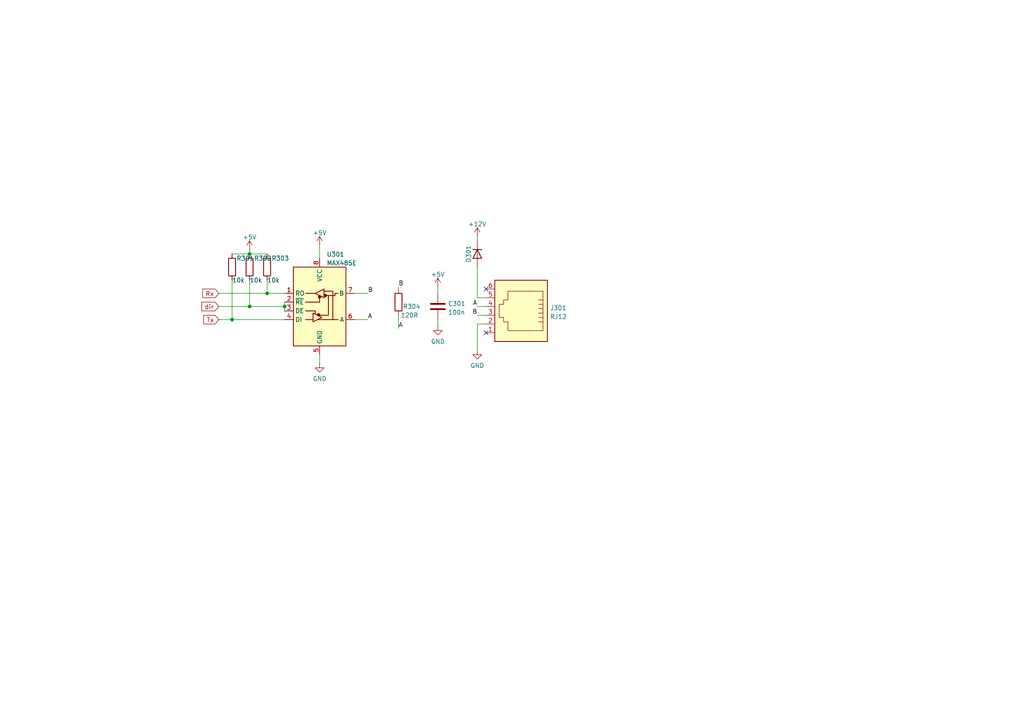
<source format=kicad_sch>
(kicad_sch (version 20211123) (generator eeschema)
  (paper "A4")
  (lib_symbols
    (symbol "Connector:RJ12" (pin_names (offset 1.016))
      (property "Reference" "J" (at -5.08 11.43 0))
      (property "Value" "RJ12" (at 2.54 11.43 0))
      (symbol "RJ12_0_1"
        (polyline (pts (xy -6.35 -1.905) (xy -5.08 -1.905) (xy -5.08 -1.905)))
        (polyline (pts (xy -6.35 -0.635) (xy -5.08 -0.635) (xy -5.08 -0.635)))
        (polyline (pts (xy -6.35 0.635) (xy -5.08 0.635) (xy -5.08 0.635)))
        (polyline (pts (xy -6.35 1.905) (xy -5.08 1.905) (xy -5.08 1.905)))
        (polyline (pts (xy -6.35 3.175) (xy -5.08 3.175) (xy -5.08 3.175)))
        (polyline (pts (xy -5.08 4.445) (xy -6.35 4.445) (xy -6.35 4.445)))
        (polyline (pts (xy -6.35 -4.445) (xy -6.35 6.985) (xy 3.81 6.985) (xy 3.81 4.445) (xy 5.08 4.445) (xy 5.08 3.175) (xy 6.35 3.175) (xy 6.35 -0.635) (xy 5.08 -0.635) (xy 5.08 -1.905) (xy 3.81 -1.905) (xy 3.81 -4.445) (xy -6.35 -4.445) (xy -6.35 -4.445)))
        (rectangle (start 7.62 10.16) (end -7.62 -7.62) (stroke (width 0.254)) (fill (type background)))
      )
      (symbol "RJ12_1_1"
        (pin passive line (at 10.16 -5.08 180) (length 2.54) (name "~") (number "1"))
        (pin passive line (at 10.16 -2.54 180) (length 2.54) (name "~") (number "2"))
        (pin passive line (at 10.16 0 180) (length 2.54) (name "~") (number "3"))
        (pin passive line (at 10.16 2.54 180) (length 2.54) (name "~") (number "4"))
        (pin passive line (at 10.16 5.08 180) (length 2.54) (name "~") (number "5"))
        (pin passive line (at 10.16 7.62 180) (length 2.54) (name "~") (number "6"))
      )
    )
    (symbol "Device:C" (pin_numbers hide) (pin_names (offset 0.254))
      (property "Reference" "C" (at 0.635 2.54 0))
      (property "Value" "C" (at 0.635 -2.54 0))
      (symbol "C_0_1"
        (polyline (pts (xy -2.032 -0.762) (xy 2.032 -0.762)) (stroke (width 0.508)))
        (polyline (pts (xy -2.032 0.762) (xy 2.032 0.762)) (stroke (width 0.508)))
      )
      (symbol "C_1_1"
        (pin passive line (at 0 3.81 270) (length 2.794) (name "~") (number "1"))
        (pin passive line (at 0 -3.81 90) (length 2.794) (name "~") (number "2"))
      )
    )
    (symbol "Device:D" (pin_numbers hide) (pin_names (offset 1.016) hide)
      (property "Reference" "D" (at 0 2.54 0))
      (property "Value" "D" (at 0 -2.54 0))
      (symbol "D_0_1"
        (polyline (pts (xy -1.27 1.27) (xy -1.27 -1.27)) (stroke (width 0.254)))
        (polyline (pts (xy 1.27 0) (xy -1.27 0)))
        (polyline (pts (xy 1.27 1.27) (xy 1.27 -1.27) (xy -1.27 0) (xy 1.27 1.27)) (stroke (width 0.254)))
      )
      (symbol "D_1_1"
        (pin passive line (at -3.81 0 0) (length 2.54) (name "K") (number "1"))
        (pin passive line (at 3.81 0 180) (length 2.54) (name "A") (number "2"))
      )
    )
    (symbol "Device:R" (pin_numbers hide) (pin_names (offset 0))
      (property "Reference" "R" (at 2.032 0 90))
      (property "Value" "R" (at 0 0 90))
      (symbol "R_0_1"
        (rectangle (start -1.016 -2.54) (end 1.016 2.54) (stroke (width 0.254)))
      )
      (symbol "R_1_1"
        (pin passive line (at 0 3.81 270) (length 1.27) (name "~") (number "1"))
        (pin passive line (at 0 -3.81 90) (length 1.27) (name "~") (number "2"))
      )
    )
    (symbol "Interface_UART:MAX485E"
      (property "Reference" "U" (at -6.096 11.43 0))
      (property "Value" "MAX485E" (at 0.762 11.43 0))
      (symbol "MAX485E_0_1"
        (rectangle (start -7.62 10.16) (end 7.62 -12.7) (stroke (width 0.254)) (fill (type background)))
        (circle (center -0.3048 -3.683) (radius 0.3556) (stroke (width 0.254)) (fill (type outline)))
        (circle (center -0.0254 1.4986) (radius 0.3556) (stroke (width 0.254)) (fill (type outline)))
        (polyline (pts (xy -4.064 -5.08) (xy -1.905 -5.08)) (stroke (width 0.254)))
        (polyline (pts (xy -4.064 2.54) (xy -1.27 2.54)) (stroke (width 0.254)))
        (polyline (pts (xy -1.27 -3.2004) (xy -1.27 -3.4544)) (stroke (width 0.254)))
        (polyline (pts (xy -0.635 -5.08) (xy 5.334 -5.08)) (stroke (width 0.254)))
        (polyline (pts (xy -4.064 -2.54) (xy -1.27 -2.54) (xy -1.27 -3.175)) (stroke (width 0.254)))
        (polyline (pts (xy 0 1.27) (xy 0 0) (xy -4.064 0)) (stroke (width 0.254)))
        (polyline (pts (xy 1.27 3.175) (xy 3.81 3.175) (xy 3.81 -5.08)) (stroke (width 0.254)))
        (polyline (pts (xy 2.54 1.905) (xy 2.54 -3.81) (xy 0 -3.81)) (stroke (width 0.254)))
        (polyline (pts (xy -1.905 -3.175) (xy -1.905 -5.715) (xy 0.635 -4.445) (xy -1.905 -3.175)) (stroke (width 0.254)))
        (polyline (pts (xy -1.27 2.54) (xy 1.27 3.81) (xy 1.27 1.27) (xy -1.27 2.54)) (stroke (width 0.254)))
        (polyline (pts (xy 1.905 1.905) (xy 4.445 1.905) (xy 4.445 2.54) (xy 5.334 2.54)) (stroke (width 0.254)))
        (rectangle (start 1.27 3.175) (end 1.27 3.175))
        (circle (center 1.651 1.905) (radius 0.3556) (stroke (width 0.254)) (fill (type outline)))
      )
      (symbol "MAX485E_1_1"
        (pin output line (at -10.16 2.54 0) (length 2.54) (name "RO") (number "1"))
        (pin input line (at -10.16 0 0) (length 2.54) (name "~{RE}") (number "2"))
        (pin input line (at -10.16 -2.54 0) (length 2.54) (name "DE") (number "3"))
        (pin input line (at -10.16 -5.08 0) (length 2.54) (name "DI") (number "4"))
        (pin power_in line (at 0 -15.24 90) (length 2.54) (name "GND") (number "5"))
        (pin bidirectional line (at 10.16 -5.08 180) (length 2.54) (name "A") (number "6"))
        (pin bidirectional line (at 10.16 2.54 180) (length 2.54) (name "B") (number "7"))
        (pin power_in line (at 0 12.7 270) (length 2.54) (name "VCC") (number "8"))
      )
    )
    (symbol "power:+12V" (power) (pin_names (offset 0))
      (property "Value" "+12V" (at 0 3.556 0))
      (symbol "+12V_0_1"
        (polyline (pts (xy -0.762 1.27) (xy 0 2.54)))
        (polyline (pts (xy 0 0) (xy 0 2.54)))
        (polyline (pts (xy 0 2.54) (xy 0.762 1.27)))
      )
      (symbol "+12V_1_1"
        (pin power_in line (at 0 0 90) (length 0) hide (name "+12V") (number "1"))
      )
    )
    (symbol "power:+5V" (power) (pin_names (offset 0))
      (property "Value" "+5V" (at 0 3.556 0))
      (symbol "+5V_0_1"
        (polyline (pts (xy -0.762 1.27) (xy 0 2.54)))
        (polyline (pts (xy 0 0) (xy 0 2.54)))
        (polyline (pts (xy 0 2.54) (xy 0.762 1.27)))
      )
      (symbol "+5V_1_1"
        (pin power_in line (at 0 0 90) (length 0) hide (name "+5V") (number "1"))
      )
    )
    (symbol "power:GND" (power) (pin_names (offset 0))
      (property "Value" "GND" (at 0 -3.81 0))
      (symbol "GND_0_1"
        (polyline (pts (xy 0 0) (xy 0 -1.27) (xy 1.27 -1.27) (xy 0 -2.54) (xy -1.27 -1.27) (xy 0 -1.27)))
      )
      (symbol "GND_1_1"
        (pin power_in line (at 0 0 270) (length 0) hide (name "GND") (number "1"))
      )
    )
  )
  (junction (at 72.39 88.9))
  (junction (at 72.39 73.66))
  (junction (at 77.47 85.09))
  (junction (at 82.55 88.9))
  (junction (at 67.31 92.71))
  (no_connect (at 140.97 83.82))
  (no_connect (at 140.97 96.52))
  (wire (pts (xy 67.31 92.71) (xy 82.55 92.71)))
  (wire (pts (xy 72.39 73.66) (xy 77.47 73.66)))
  (wire (pts (xy 82.55 87.63) (xy 82.55 88.9)))
  (wire (pts (xy 127 83.185) (xy 127 85.09)))
  (wire (pts (xy 67.31 73.66) (xy 72.39 73.66)))
  (wire (pts (xy 63.5 85.09) (xy 77.47 85.09)))
  (wire (pts (xy 72.39 88.9) (xy 82.55 88.9)))
  (wire (pts (xy 140.97 88.9) (xy 138.43 88.9)))
  (wire (pts (xy 138.43 68.58) (xy 138.43 69.85)))
  (wire (pts (xy 115.57 91.44) (xy 115.57 95.25)))
  (wire (pts (xy 77.47 85.09) (xy 82.55 85.09)))
  (wire (pts (xy 140.97 91.44) (xy 138.43 91.44)))
  (wire (pts (xy 77.47 81.28) (xy 77.47 85.09)))
  (wire (pts (xy 63.5 88.9) (xy 72.39 88.9)))
  (wire (pts (xy 92.71 71.12) (xy 92.71 74.93)))
  (wire (pts (xy 138.43 77.47) (xy 138.43 86.36)))
  (wire (pts (xy 72.39 81.28) (xy 72.39 88.9)))
  (wire (pts (xy 138.43 93.98) (xy 140.97 93.98)))
  (wire (pts (xy 115.57 83.185) (xy 115.57 83.82)))
  (wire (pts (xy 82.55 88.9) (xy 82.55 90.17)))
  (wire (pts (xy 138.43 101.6) (xy 138.43 93.98)))
  (wire (pts (xy 102.87 85.09) (xy 106.68 85.09)))
  (wire (pts (xy 92.71 102.87) (xy 92.71 105.41)))
  (wire (pts (xy 63.5 92.71) (xy 67.31 92.71)))
  (wire (pts (xy 127 92.71) (xy 127 94.615)))
  (wire (pts (xy 72.39 72.39) (xy 72.39 73.66)))
  (wire (pts (xy 67.31 81.28) (xy 67.31 92.71)))
  (wire (pts (xy 140.97 86.36) (xy 138.43 86.36)))
  (wire (pts (xy 102.87 92.71) (xy 106.68 92.71)))
  (label "B" (at 138.43 91.44 180))
  (label "B" (at 106.68 85.09 0))
  (label "A" (at 106.68 92.71 0))
  (label "B" (at 115.57 83.185 0))
  (label "A" (at 115.57 95.25 0))
  (label "A" (at 138.43 88.9 180))
  (global_label "dir" (shape input) (at 63.5 88.9 180) (property "Intersheet References" "${INTERSHEET_REFS}" (effects hide)))
  (global_label "Rx" (shape input) (at 63.5 85.09 180) (property "Intersheet References" "${INTERSHEET_REFS}" (effects hide)))
  (global_label "Tx" (shape input) (at 63.5 92.71 180) (property "Intersheet References" "${INTERSHEET_REFS}" (effects hide)))
  (symbol (lib_id "Device:R") (at 115.57 87.63 180) (unit 1)
    (property "Reference" "R304" (at 116.84 88.9 0) (effects (justify right)))
    (property "Value" "120R" (at 116.205 91.44 0) (effects (justify right)))
  )
  (symbol (lib_id "power:+5V") (at 72.39 72.39 0) (unit 1)
    (property "Reference" "#PWR0303" (effects hide))
    (property "Value" "+5V" (at 72.39 68.8142 0))
  )
  (symbol (lib_id "power:+5V") (at 92.71 71.12 0) (unit 1)
    (property "Reference" "#PWR0302" (effects hide))
    (property "Value" "+5V" (at 92.71 67.5442 0))
  )
  (symbol (lib_id "Device:R") (at 77.47 77.47 180) (unit 1)
    (property "Reference" "R303" (at 78.74 74.93 0) (effects (justify right)))
    (property "Value" "10k" (at 77.47 81.28 0) (effects (justify right)))
    (property "Footprint" "Resistor_SMD:R_0805_2012Metric_Pad1.20x1.40mm_HandSolder" (effects hide))
  )
  (symbol (lib_id "power:GND") (at 138.43 101.6 0) (unit 1)
    (property "Reference" "#PWR0306" (effects hide))
    (property "Value" "GND" (at 138.43 106.0434 0))
  )
  (symbol (lib_id "power:GND") (at 127 94.615 0) (unit 1)
    (property "Reference" "#PWR0305" (effects hide))
    (property "Value" "GND" (at 127 99.0584 0))
  )
  (symbol (lib_id "Connector:RJ12") (at 151.13 91.44 0) (mirror y) (unit 1)
    (property "Reference" "J301" (at 159.512 89.3353 0) (effects (justify right)))
    (property "Value" "RJ12" (at 159.512 91.8722 0) (effects (justify right)))
  )
  (symbol (lib_id "Interface_UART:MAX485E") (at 92.71 87.63 0) (unit 1)
    (property "Reference" "U301" (at 94.7294 73.7702 0) (effects (justify left)))
    (property "Value" "MAX485E" (at 94.7294 76.3071 0) (effects (justify left)))
    (property "Datasheet" "https://datasheets.maximintegrated.com/en/ds/MAX1487E-MAX491E.pdf" (effects hide))
  )
  (symbol (lib_id "Device:C") (at 127 88.9 0) (unit 1)
    (property "Reference" "C301" (at 129.921 88.0653 0) (effects (justify left)))
    (property "Value" "100n" (at 129.921 90.6022 0) (effects (justify left)))
  )
  (symbol (lib_id "Device:R") (at 72.39 77.47 180) (unit 1)
    (property "Reference" "R302" (at 73.66 74.93 0) (effects (justify right)))
    (property "Value" "10k" (at 72.39 81.28 0) (effects (justify right)))
    (property "Footprint" "Resistor_SMD:R_0805_2012Metric_Pad1.20x1.40mm_HandSolder" (effects hide))
  )
  (symbol (lib_id "power:GND") (at 92.71 105.41 0) (unit 1)
    (property "Reference" "#PWR0307" (effects hide))
    (property "Value" "GND" (at 92.71 109.8534 0))
  )
  (symbol (lib_id "Device:D") (at 138.43 73.66 270) (unit 1)
    (property "Reference" "D301" (at 135.89 73.66 0))
    (property "Value" "D" (effects hide))
    (property "Footprint" "Diode_SMD:D_SMA" (effects hide))
    (property "JLCPCB Part#" "C14996" (effects hide))
  )
  (symbol (lib_id "Device:R") (at 67.31 77.47 180) (unit 1)
    (property "Reference" "R301" (at 68.58 74.93 0) (effects (justify right)))
    (property "Value" "10k" (at 67.31 81.28 0) (effects (justify right)))
    (property "Footprint" "Resistor_SMD:R_0805_2012Metric_Pad1.20x1.40mm_HandSolder" (effects hide))
  )
  (symbol (lib_id "power:+5V") (at 127 83.185 0) (unit 1)
    (property "Reference" "#PWR0304" (effects hide))
    (property "Value" "+5V" (at 127 79.6092 0))
  )
  (symbol (lib_id "power:+12V") (at 138.43 68.58 0) (unit 1)
    (property "Reference" "#PWR0301" (effects hide))
    (property "Value" "+12V" (at 138.43 65.0042 0))
  )
)
</source>
